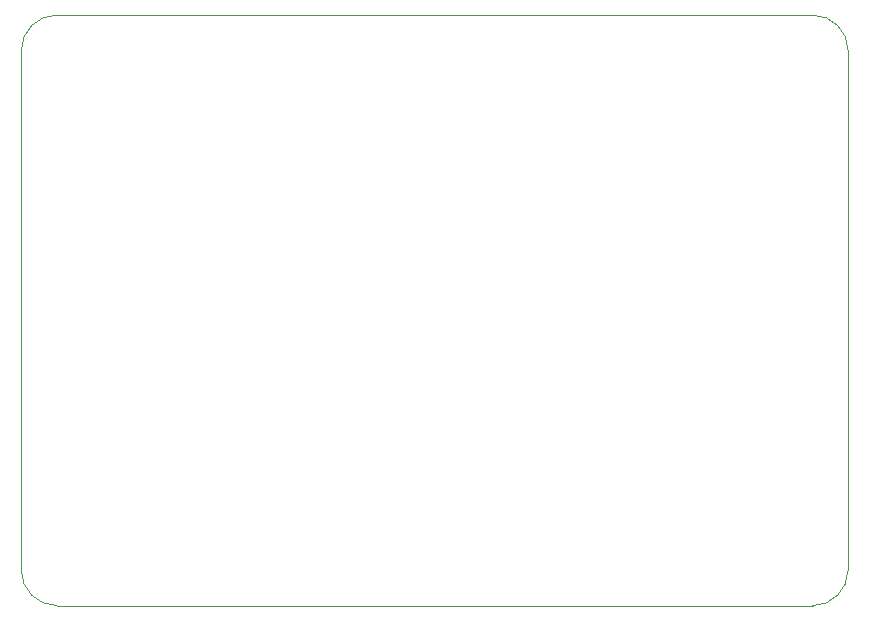
<source format=gm1>
%TF.GenerationSoftware,KiCad,Pcbnew,7.0.10-7.0.10~ubuntu22.04.1*%
%TF.CreationDate,2024-01-03T17:37:56-08:00*%
%TF.ProjectId,EtherKeyerMini,45746865-724b-4657-9965-724d696e692e,A*%
%TF.SameCoordinates,Original*%
%TF.FileFunction,Profile,NP*%
%FSLAX46Y46*%
G04 Gerber Fmt 4.6, Leading zero omitted, Abs format (unit mm)*
G04 Created by KiCad (PCBNEW 7.0.10-7.0.10~ubuntu22.04.1) date 2024-01-03 17:37:56*
%MOMM*%
%LPD*%
G01*
G04 APERTURE LIST*
%TA.AperFunction,Profile*%
%ADD10C,0.100000*%
%TD*%
G04 APERTURE END LIST*
D10*
X167000000Y-100000000D02*
G75*
G03*
X170000000Y-97000000I0J3000000D01*
G01*
X170000000Y-53000000D02*
G75*
G03*
X167000000Y-50000000I-3000000J0D01*
G01*
X103000000Y-50000000D02*
G75*
G03*
X100000000Y-53000000I0J-3000000D01*
G01*
X100000000Y-53000000D02*
X100000000Y-97000000D01*
X170000000Y-53000000D02*
X170000000Y-97000000D01*
X100000000Y-97000000D02*
G75*
G03*
X103000000Y-100000000I3000000J0D01*
G01*
X167000000Y-50000000D02*
X103000000Y-50000000D01*
X103000000Y-100000000D02*
X167000000Y-100000000D01*
M02*

</source>
